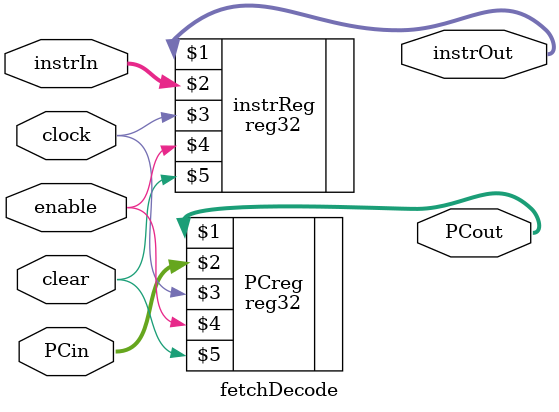
<source format=v>
module fetchDecode(instrIn, PCin, instrOut, PCout, clock, enable, clear);
	input clock, enable, clear;
	input [31:0] PCin;
	input [31:0] instrIn;

	output [31:0] PCout;
	output [31:0] instrOut;

	reg32 PCreg(PCout, PCin, clock, enable, clear);
	reg32 instrReg(instrOut, instrIn, clock, enable, clear);

endmodule
</source>
